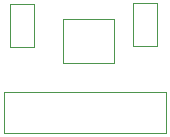
<source format=gbr>
G04 #@! TF.FileFunction,Other,User*
%FSLAX46Y46*%
G04 Gerber Fmt 4.6, Leading zero omitted, Abs format (unit mm)*
G04 Created by KiCad (PCBNEW 4.0.3+e1-6302~38~ubuntu14.04.1-stable) date Tue Aug 30 12:55:10 2016*
%MOMM*%
%LPD*%
G01*
G04 APERTURE LIST*
%ADD10C,0.100000*%
%ADD11C,0.050000*%
G04 APERTURE END LIST*
D10*
D11*
X151908000Y-107601000D02*
X151908000Y-104001000D01*
X153908000Y-107601000D02*
X153908000Y-104001000D01*
X151908000Y-107601000D02*
X153908000Y-107601000D01*
X151908000Y-104001000D02*
X153908000Y-104001000D01*
X141510000Y-107718000D02*
X141510000Y-104118000D01*
X143510000Y-107718000D02*
X143510000Y-104118000D01*
X141510000Y-107718000D02*
X143510000Y-107718000D01*
X141510000Y-104118000D02*
X143510000Y-104118000D01*
X140998000Y-115034000D02*
X154698000Y-115034000D01*
X140998000Y-111534000D02*
X154698000Y-111534000D01*
X140998000Y-115034000D02*
X140998000Y-111534000D01*
X154698000Y-115034000D02*
X154698000Y-111534000D01*
X145958000Y-105354000D02*
X145958000Y-109054000D01*
X150258000Y-105354000D02*
X150258000Y-109054000D01*
X145958000Y-105354000D02*
X150258000Y-105354000D01*
X145958000Y-109054000D02*
X150258000Y-109054000D01*
M02*

</source>
